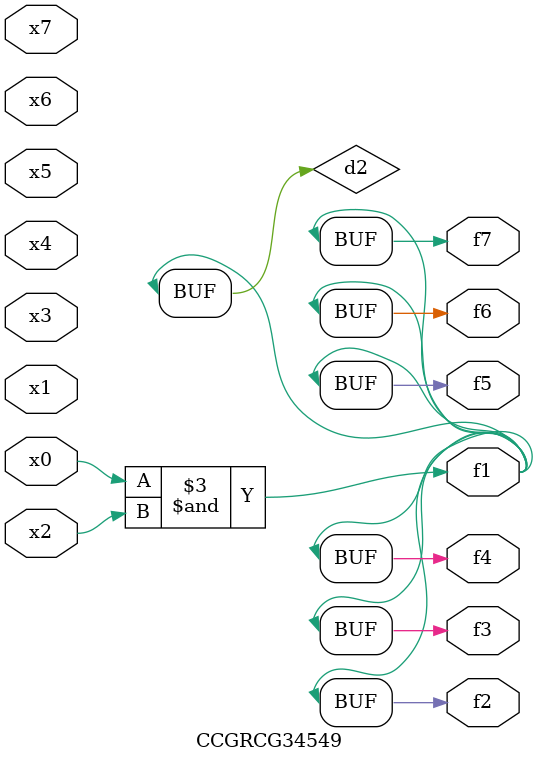
<source format=v>
module CCGRCG34549(
	input x0, x1, x2, x3, x4, x5, x6, x7,
	output f1, f2, f3, f4, f5, f6, f7
);

	wire d1, d2;

	nor (d1, x3, x6);
	and (d2, x0, x2);
	assign f1 = d2;
	assign f2 = d2;
	assign f3 = d2;
	assign f4 = d2;
	assign f5 = d2;
	assign f6 = d2;
	assign f7 = d2;
endmodule

</source>
